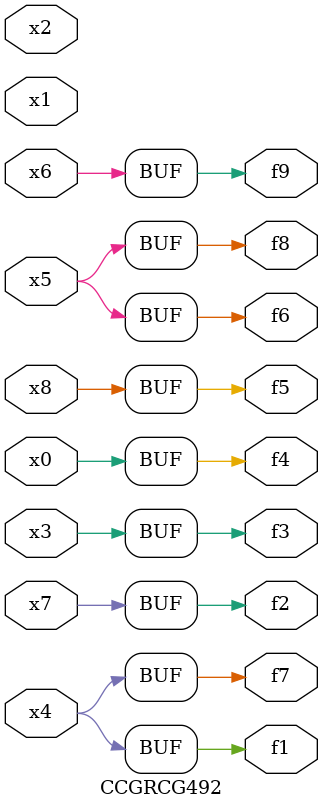
<source format=v>
module CCGRCG492(
	input x0, x1, x2, x3, x4, x5, x6, x7, x8,
	output f1, f2, f3, f4, f5, f6, f7, f8, f9
);
	assign f1 = x4;
	assign f2 = x7;
	assign f3 = x3;
	assign f4 = x0;
	assign f5 = x8;
	assign f6 = x5;
	assign f7 = x4;
	assign f8 = x5;
	assign f9 = x6;
endmodule

</source>
